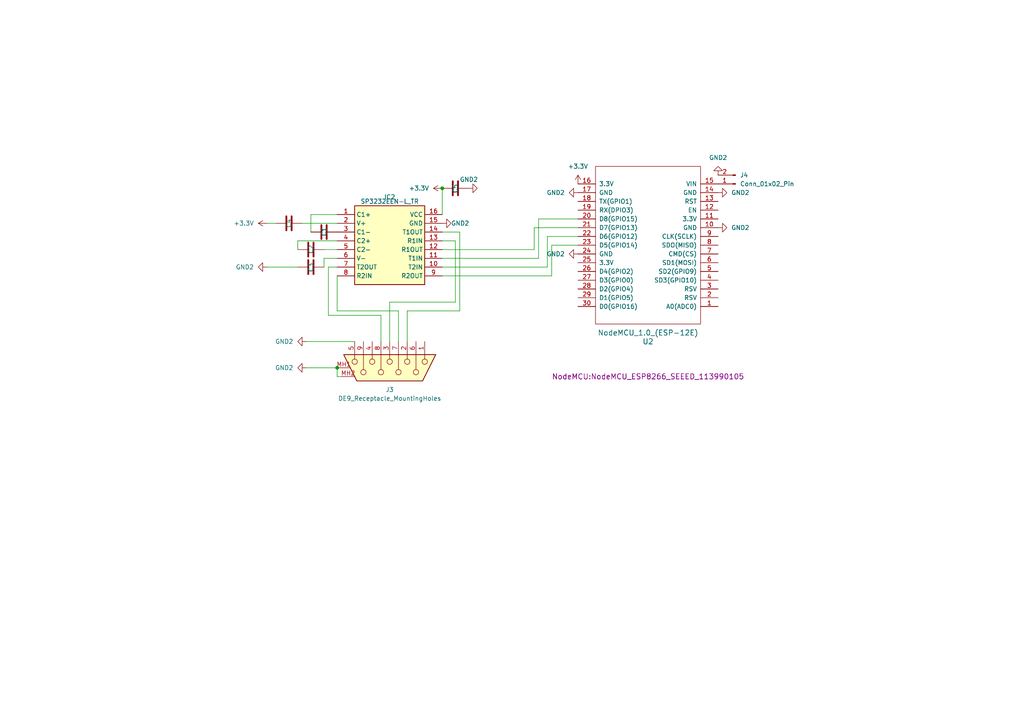
<source format=kicad_sch>
(kicad_sch (version 20230121) (generator eeschema)

  (uuid 9557a4d3-d8c5-48db-816e-555ff2d54a87)

  (paper "A4")

  (lib_symbols
    (symbol "Connector:Conn_01x02_Pin" (pin_names (offset 1.016) hide) (in_bom yes) (on_board yes)
      (property "Reference" "J" (at 0 2.54 0)
        (effects (font (size 1.27 1.27)))
      )
      (property "Value" "Conn_01x02_Pin" (at 0 -5.08 0)
        (effects (font (size 1.27 1.27)))
      )
      (property "Footprint" "" (at 0 0 0)
        (effects (font (size 1.27 1.27)) hide)
      )
      (property "Datasheet" "~" (at 0 0 0)
        (effects (font (size 1.27 1.27)) hide)
      )
      (property "ki_locked" "" (at 0 0 0)
        (effects (font (size 1.27 1.27)))
      )
      (property "ki_keywords" "connector" (at 0 0 0)
        (effects (font (size 1.27 1.27)) hide)
      )
      (property "ki_description" "Generic connector, single row, 01x02, script generated" (at 0 0 0)
        (effects (font (size 1.27 1.27)) hide)
      )
      (property "ki_fp_filters" "Connector*:*_1x??_*" (at 0 0 0)
        (effects (font (size 1.27 1.27)) hide)
      )
      (symbol "Conn_01x02_Pin_1_1"
        (polyline
          (pts
            (xy 1.27 -2.54)
            (xy 0.8636 -2.54)
          )
          (stroke (width 0.1524) (type default))
          (fill (type none))
        )
        (polyline
          (pts
            (xy 1.27 0)
            (xy 0.8636 0)
          )
          (stroke (width 0.1524) (type default))
          (fill (type none))
        )
        (rectangle (start 0.8636 -2.413) (end 0 -2.667)
          (stroke (width 0.1524) (type default))
          (fill (type outline))
        )
        (rectangle (start 0.8636 0.127) (end 0 -0.127)
          (stroke (width 0.1524) (type default))
          (fill (type outline))
        )
        (pin passive line (at 5.08 0 180) (length 3.81)
          (name "Pin_1" (effects (font (size 1.27 1.27))))
          (number "1" (effects (font (size 1.27 1.27))))
        )
        (pin passive line (at 5.08 -2.54 180) (length 3.81)
          (name "Pin_2" (effects (font (size 1.27 1.27))))
          (number "2" (effects (font (size 1.27 1.27))))
        )
      )
    )
    (symbol "Connector:DE9_Receptacle_MountingHoles" (pin_names (offset 1.016) hide) (in_bom yes) (on_board yes)
      (property "Reference" "J3" (at 6.35 0 90)
        (effects (font (size 1.27 1.27)))
      )
      (property "Value" "DE9_Receptacle_MountingHoles" (at 8.89 0 90)
        (effects (font (size 1.27 1.27)))
      )
      (property "Footprint" "SamacSys_Parts:L77SDE09SA4CH4F" (at 0 0 0)
        (effects (font (size 1.27 1.27)) hide)
      )
      (property "Datasheet" " ~" (at 0 0 0)
        (effects (font (size 1.27 1.27)) hide)
      )
      (property "ki_keywords" "connector receptacle female D-SUB DB9" (at 0 0 0)
        (effects (font (size 1.27 1.27)) hide)
      )
      (property "ki_description" "9-pin female receptacle socket D-SUB connector, Mounting Hole" (at 0 0 0)
        (effects (font (size 1.27 1.27)) hide)
      )
      (property "ki_fp_filters" "DSUB*Female*" (at 0 0 0)
        (effects (font (size 1.27 1.27)) hide)
      )
      (symbol "DE9_Receptacle_MountingHoles_0_1"
        (circle (center -1.778 -10.16) (radius 0.762)
          (stroke (width 0) (type default))
          (fill (type none))
        )
        (circle (center -1.778 -5.08) (radius 0.762)
          (stroke (width 0) (type default))
          (fill (type none))
        )
        (circle (center -1.778 0) (radius 0.762)
          (stroke (width 0) (type default))
          (fill (type none))
        )
        (circle (center -1.778 5.08) (radius 0.762)
          (stroke (width 0) (type default))
          (fill (type none))
        )
        (circle (center -1.778 10.16) (radius 0.762)
          (stroke (width 0) (type default))
          (fill (type none))
        )
        (polyline
          (pts
            (xy -3.81 -10.16)
            (xy -2.54 -10.16)
          )
          (stroke (width 0) (type default))
          (fill (type none))
        )
        (polyline
          (pts
            (xy -3.81 -7.62)
            (xy 0.508 -7.62)
          )
          (stroke (width 0) (type default))
          (fill (type none))
        )
        (polyline
          (pts
            (xy -3.81 -5.08)
            (xy -2.54 -5.08)
          )
          (stroke (width 0) (type default))
          (fill (type none))
        )
        (polyline
          (pts
            (xy -3.81 -2.54)
            (xy 0.508 -2.54)
          )
          (stroke (width 0) (type default))
          (fill (type none))
        )
        (polyline
          (pts
            (xy -3.81 0)
            (xy -2.54 0)
          )
          (stroke (width 0) (type default))
          (fill (type none))
        )
        (polyline
          (pts
            (xy -3.81 2.54)
            (xy 0.508 2.54)
          )
          (stroke (width 0) (type default))
          (fill (type none))
        )
        (polyline
          (pts
            (xy -3.81 5.08)
            (xy -2.54 5.08)
          )
          (stroke (width 0) (type default))
          (fill (type none))
        )
        (polyline
          (pts
            (xy -3.81 7.62)
            (xy 0.508 7.62)
          )
          (stroke (width 0) (type default))
          (fill (type none))
        )
        (polyline
          (pts
            (xy -3.81 10.16)
            (xy -2.54 10.16)
          )
          (stroke (width 0) (type default))
          (fill (type none))
        )
        (polyline
          (pts
            (xy -3.81 13.335)
            (xy -3.81 -13.335)
            (xy 3.81 -9.525)
            (xy 3.81 9.525)
            (xy -3.81 13.335)
          )
          (stroke (width 0.254) (type default))
          (fill (type background))
        )
        (circle (center 1.27 -7.62) (radius 0.762)
          (stroke (width 0) (type default))
          (fill (type none))
        )
        (circle (center 1.27 -2.54) (radius 0.762)
          (stroke (width 0) (type default))
          (fill (type none))
        )
        (circle (center 1.27 2.54) (radius 0.762)
          (stroke (width 0) (type default))
          (fill (type none))
        )
        (circle (center 1.27 7.62) (radius 0.762)
          (stroke (width 0) (type default))
          (fill (type none))
        )
      )
      (symbol "DE9_Receptacle_MountingHoles_1_1"
        (pin passive line (at -7.62 10.16 0) (length 3.81)
          (name "1" (effects (font (size 1.27 1.27))))
          (number "1" (effects (font (size 1.27 1.27))))
        )
        (pin passive line (at -7.62 5.08 0) (length 3.81)
          (name "2" (effects (font (size 1.27 1.27))))
          (number "2" (effects (font (size 1.27 1.27))))
        )
        (pin passive line (at -7.62 0 0) (length 3.81)
          (name "3" (effects (font (size 1.27 1.27))))
          (number "3" (effects (font (size 1.27 1.27))))
        )
        (pin passive line (at -7.62 -5.08 0) (length 3.81)
          (name "4" (effects (font (size 1.27 1.27))))
          (number "4" (effects (font (size 1.27 1.27))))
        )
        (pin passive line (at -7.62 -10.16 0) (length 3.81)
          (name "5" (effects (font (size 1.27 1.27))))
          (number "5" (effects (font (size 1.27 1.27))))
        )
        (pin passive line (at -7.62 7.62 0) (length 3.81)
          (name "6" (effects (font (size 1.27 1.27))))
          (number "6" (effects (font (size 1.27 1.27))))
        )
        (pin passive line (at -7.62 2.54 0) (length 3.81)
          (name "7" (effects (font (size 1.27 1.27))))
          (number "7" (effects (font (size 1.27 1.27))))
        )
        (pin passive line (at -7.62 -2.54 0) (length 3.81)
          (name "8" (effects (font (size 1.27 1.27))))
          (number "8" (effects (font (size 1.27 1.27))))
        )
        (pin passive line (at -7.62 -7.62 0) (length 3.81)
          (name "9" (effects (font (size 1.27 1.27))))
          (number "9" (effects (font (size 1.27 1.27))))
        )
        (pin passive line (at 0 -15.24 90) (length 3.81)
          (name "PAD" (effects (font (size 1.27 1.27))))
          (number "MH1" (effects (font (size 1.27 1.27))))
        )
        (pin passive line (at 2.54 -13.97 90) (length 3.81)
          (name "PAD" (effects (font (size 1.27 1.27))))
          (number "MH2" (effects (font (size 1.27 1.27))))
        )
      )
    )
    (symbol "Device:C" (pin_numbers hide) (pin_names (offset 0.254)) (in_bom yes) (on_board yes)
      (property "Reference" "C" (at 0.635 2.54 0)
        (effects (font (size 1.27 1.27)) (justify left))
      )
      (property "Value" "C" (at 0.635 -2.54 0)
        (effects (font (size 1.27 1.27)) (justify left))
      )
      (property "Footprint" "" (at 0.9652 -3.81 0)
        (effects (font (size 1.27 1.27)) hide)
      )
      (property "Datasheet" "~" (at 0 0 0)
        (effects (font (size 1.27 1.27)) hide)
      )
      (property "ki_keywords" "cap capacitor" (at 0 0 0)
        (effects (font (size 1.27 1.27)) hide)
      )
      (property "ki_description" "Unpolarized capacitor" (at 0 0 0)
        (effects (font (size 1.27 1.27)) hide)
      )
      (property "ki_fp_filters" "C_*" (at 0 0 0)
        (effects (font (size 1.27 1.27)) hide)
      )
      (symbol "C_0_1"
        (polyline
          (pts
            (xy -2.032 -0.762)
            (xy 2.032 -0.762)
          )
          (stroke (width 0.508) (type default))
          (fill (type none))
        )
        (polyline
          (pts
            (xy -2.032 0.762)
            (xy 2.032 0.762)
          )
          (stroke (width 0.508) (type default))
          (fill (type none))
        )
      )
      (symbol "C_1_1"
        (pin passive line (at 0 3.81 270) (length 2.794)
          (name "~" (effects (font (size 1.27 1.27))))
          (number "1" (effects (font (size 1.27 1.27))))
        )
        (pin passive line (at 0 -3.81 90) (length 2.794)
          (name "~" (effects (font (size 1.27 1.27))))
          (number "2" (effects (font (size 1.27 1.27))))
        )
      )
    )
    (symbol "ESP8266:NodeMCU_1.0_(ESP-12E)" (pin_names (offset 1.016)) (in_bom yes) (on_board yes)
      (property "Reference" "U" (at 0 21.59 0)
        (effects (font (size 1.524 1.524)))
      )
      (property "Value" "NodeMCU_1.0_(ESP-12E)" (at 0 -21.59 0)
        (effects (font (size 1.524 1.524)))
      )
      (property "Footprint" "" (at -15.24 -21.59 0)
        (effects (font (size 1.524 1.524)))
      )
      (property "Datasheet" "" (at -15.24 -21.59 0)
        (effects (font (size 1.524 1.524)))
      )
      (symbol "NodeMCU_1.0_(ESP-12E)_0_1"
        (rectangle (start -15.24 -22.86) (end 15.24 22.86)
          (stroke (width 0) (type solid))
          (fill (type none))
        )
      )
      (symbol "NodeMCU_1.0_(ESP-12E)_1_1"
        (pin input line (at -20.32 17.78 0) (length 5.08)
          (name "A0(ADC0)" (effects (font (size 1.27 1.27))))
          (number "1" (effects (font (size 1.27 1.27))))
        )
        (pin input line (at -20.32 -5.08 0) (length 5.08)
          (name "GND" (effects (font (size 1.27 1.27))))
          (number "10" (effects (font (size 1.27 1.27))))
        )
        (pin power_out line (at -20.32 -7.62 0) (length 5.08)
          (name "3.3V" (effects (font (size 1.27 1.27))))
          (number "11" (effects (font (size 1.27 1.27))))
        )
        (pin input line (at -20.32 -10.16 0) (length 5.08)
          (name "EN" (effects (font (size 1.27 1.27))))
          (number "12" (effects (font (size 1.27 1.27))))
        )
        (pin input line (at -20.32 -12.7 0) (length 5.08)
          (name "RST" (effects (font (size 1.27 1.27))))
          (number "13" (effects (font (size 1.27 1.27))))
        )
        (pin power_in line (at -20.32 -15.24 0) (length 5.08)
          (name "GND" (effects (font (size 1.27 1.27))))
          (number "14" (effects (font (size 1.27 1.27))))
        )
        (pin power_in line (at -20.32 -17.78 0) (length 5.08)
          (name "VIN" (effects (font (size 1.27 1.27))))
          (number "15" (effects (font (size 1.27 1.27))))
        )
        (pin power_out line (at 20.32 -17.78 180) (length 5.08)
          (name "3.3V" (effects (font (size 1.27 1.27))))
          (number "16" (effects (font (size 1.27 1.27))))
        )
        (pin power_in line (at 20.32 -15.24 180) (length 5.08)
          (name "GND" (effects (font (size 1.27 1.27))))
          (number "17" (effects (font (size 1.27 1.27))))
        )
        (pin bidirectional line (at 20.32 -12.7 180) (length 5.08)
          (name "TX(GPIO1)" (effects (font (size 1.27 1.27))))
          (number "18" (effects (font (size 1.27 1.27))))
        )
        (pin bidirectional line (at 20.32 -10.16 180) (length 5.08)
          (name "RX(DPIO3)" (effects (font (size 1.27 1.27))))
          (number "19" (effects (font (size 1.27 1.27))))
        )
        (pin input line (at -20.32 15.24 0) (length 5.08)
          (name "RSV" (effects (font (size 1.27 1.27))))
          (number "2" (effects (font (size 1.27 1.27))))
        )
        (pin bidirectional line (at 20.32 -7.62 180) (length 5.08)
          (name "D8(GPIO15)" (effects (font (size 1.27 1.27))))
          (number "20" (effects (font (size 1.27 1.27))))
        )
        (pin bidirectional line (at 20.32 -5.08 180) (length 5.08)
          (name "D7(GPIO13)" (effects (font (size 1.27 1.27))))
          (number "21" (effects (font (size 1.27 1.27))))
        )
        (pin bidirectional line (at 20.32 -2.54 180) (length 5.08)
          (name "D6(GPIO12)" (effects (font (size 1.27 1.27))))
          (number "22" (effects (font (size 1.27 1.27))))
        )
        (pin bidirectional line (at 20.32 0 180) (length 5.08)
          (name "D5(GPIO14)" (effects (font (size 1.27 1.27))))
          (number "23" (effects (font (size 1.27 1.27))))
        )
        (pin power_in line (at 20.32 2.54 180) (length 5.08)
          (name "GND" (effects (font (size 1.27 1.27))))
          (number "24" (effects (font (size 1.27 1.27))))
        )
        (pin power_out line (at 20.32 5.08 180) (length 5.08)
          (name "3.3V" (effects (font (size 1.27 1.27))))
          (number "25" (effects (font (size 1.27 1.27))))
        )
        (pin bidirectional line (at 20.32 7.62 180) (length 5.08)
          (name "D4(GPIO2)" (effects (font (size 1.27 1.27))))
          (number "26" (effects (font (size 1.27 1.27))))
        )
        (pin bidirectional line (at 20.32 10.16 180) (length 5.08)
          (name "D3(GPIO0)" (effects (font (size 1.27 1.27))))
          (number "27" (effects (font (size 1.27 1.27))))
        )
        (pin bidirectional line (at 20.32 12.7 180) (length 5.08)
          (name "D2(GPIO4)" (effects (font (size 1.27 1.27))))
          (number "28" (effects (font (size 1.27 1.27))))
        )
        (pin bidirectional line (at 20.32 15.24 180) (length 5.08)
          (name "D1(GPIO5)" (effects (font (size 1.27 1.27))))
          (number "29" (effects (font (size 1.27 1.27))))
        )
        (pin input line (at -20.32 12.7 0) (length 5.08)
          (name "RSV" (effects (font (size 1.27 1.27))))
          (number "3" (effects (font (size 1.27 1.27))))
        )
        (pin bidirectional line (at 20.32 17.78 180) (length 5.08)
          (name "D0(GPIO16)" (effects (font (size 1.27 1.27))))
          (number "30" (effects (font (size 1.27 1.27))))
        )
        (pin bidirectional line (at -20.32 10.16 0) (length 5.08)
          (name "SD3(GPIO10)" (effects (font (size 1.27 1.27))))
          (number "4" (effects (font (size 1.27 1.27))))
        )
        (pin bidirectional line (at -20.32 7.62 0) (length 5.08)
          (name "SD2(GPIO9)" (effects (font (size 1.27 1.27))))
          (number "5" (effects (font (size 1.27 1.27))))
        )
        (pin bidirectional line (at -20.32 5.08 0) (length 5.08)
          (name "SD1(MOSI)" (effects (font (size 1.27 1.27))))
          (number "6" (effects (font (size 1.27 1.27))))
        )
        (pin bidirectional line (at -20.32 2.54 0) (length 5.08)
          (name "CMD(CS)" (effects (font (size 1.27 1.27))))
          (number "7" (effects (font (size 1.27 1.27))))
        )
        (pin bidirectional line (at -20.32 0 0) (length 5.08)
          (name "SDO(MISO)" (effects (font (size 1.27 1.27))))
          (number "8" (effects (font (size 1.27 1.27))))
        )
        (pin bidirectional line (at -20.32 -2.54 0) (length 5.08)
          (name "CLK(SCLK)" (effects (font (size 1.27 1.27))))
          (number "9" (effects (font (size 1.27 1.27))))
        )
      )
    )
    (symbol "SP3232EEN-L_TR:SP3232EEN-L_TR" (in_bom yes) (on_board yes)
      (property "Reference" "IC" (at 26.67 7.62 0)
        (effects (font (size 1.27 1.27)) (justify left top))
      )
      (property "Value" "SP3232EEN-L_TR" (at 26.67 5.08 0)
        (effects (font (size 1.27 1.27)) (justify left top))
      )
      (property "Footprint" "SOIC127P600X175-16N" (at 26.67 -94.92 0)
        (effects (font (size 1.27 1.27)) (justify left top) hide)
      )
      (property "Datasheet" "https://componentsearchengine.com/Datasheets/1/SP3232EEN-L_TR.pdf" (at 26.67 -194.92 0)
        (effects (font (size 1.27 1.27)) (justify left top) hide)
      )
      (property "Height" "1.75" (at 26.67 -394.92 0)
        (effects (font (size 1.27 1.27)) (justify left top) hide)
      )
      (property "Mouser Part Number" "701-SP3232EEN-L/TR" (at 26.67 -494.92 0)
        (effects (font (size 1.27 1.27)) (justify left top) hide)
      )
      (property "Mouser Price/Stock" "https://www.mouser.com/Search/Refine.aspx?Keyword=701-SP3232EEN-L%2FTR" (at 26.67 -594.92 0)
        (effects (font (size 1.27 1.27)) (justify left top) hide)
      )
      (property "Manufacturer_Name" "EXAR" (at 26.67 -694.92 0)
        (effects (font (size 1.27 1.27)) (justify left top) hide)
      )
      (property "Manufacturer_Part_Number" "SP3232EEN-L/TR" (at 26.67 -794.92 0)
        (effects (font (size 1.27 1.27)) (justify left top) hide)
      )
      (property "ki_description" "EXAR SP3232EEN-L/TR, Line Transceiver, EIA/TIA-232-F/ RS-232 2-TX 2-RX 2-TRX, 3.3 V, 5 V, 16-Pin SOIC" (at 0 0 0)
        (effects (font (size 1.27 1.27)) hide)
      )
      (symbol "SP3232EEN-L_TR_1_1"
        (rectangle (start 5.08 2.54) (end 25.4 -20.32)
          (stroke (width 0.254) (type default))
          (fill (type background))
        )
        (pin passive line (at 0 0 0) (length 5.08)
          (name "C1+" (effects (font (size 1.27 1.27))))
          (number "1" (effects (font (size 1.27 1.27))))
        )
        (pin passive line (at 30.48 -15.24 180) (length 5.08)
          (name "T2IN" (effects (font (size 1.27 1.27))))
          (number "10" (effects (font (size 1.27 1.27))))
        )
        (pin passive line (at 30.48 -12.7 180) (length 5.08)
          (name "T1IN" (effects (font (size 1.27 1.27))))
          (number "11" (effects (font (size 1.27 1.27))))
        )
        (pin passive line (at 30.48 -10.16 180) (length 5.08)
          (name "R1OUT" (effects (font (size 1.27 1.27))))
          (number "12" (effects (font (size 1.27 1.27))))
        )
        (pin passive line (at 30.48 -7.62 180) (length 5.08)
          (name "R1IN" (effects (font (size 1.27 1.27))))
          (number "13" (effects (font (size 1.27 1.27))))
        )
        (pin passive line (at 30.48 -5.08 180) (length 5.08)
          (name "T1OUT" (effects (font (size 1.27 1.27))))
          (number "14" (effects (font (size 1.27 1.27))))
        )
        (pin passive line (at 30.48 -2.54 180) (length 5.08)
          (name "GND" (effects (font (size 1.27 1.27))))
          (number "15" (effects (font (size 1.27 1.27))))
        )
        (pin passive line (at 30.48 0 180) (length 5.08)
          (name "VCC" (effects (font (size 1.27 1.27))))
          (number "16" (effects (font (size 1.27 1.27))))
        )
        (pin passive line (at 0 -2.54 0) (length 5.08)
          (name "V+" (effects (font (size 1.27 1.27))))
          (number "2" (effects (font (size 1.27 1.27))))
        )
        (pin passive line (at 0 -5.08 0) (length 5.08)
          (name "C1-" (effects (font (size 1.27 1.27))))
          (number "3" (effects (font (size 1.27 1.27))))
        )
        (pin passive line (at 0 -7.62 0) (length 5.08)
          (name "C2+" (effects (font (size 1.27 1.27))))
          (number "4" (effects (font (size 1.27 1.27))))
        )
        (pin passive line (at 0 -10.16 0) (length 5.08)
          (name "C2-" (effects (font (size 1.27 1.27))))
          (number "5" (effects (font (size 1.27 1.27))))
        )
        (pin passive line (at 0 -12.7 0) (length 5.08)
          (name "V-" (effects (font (size 1.27 1.27))))
          (number "6" (effects (font (size 1.27 1.27))))
        )
        (pin passive line (at 0 -15.24 0) (length 5.08)
          (name "T2OUT" (effects (font (size 1.27 1.27))))
          (number "7" (effects (font (size 1.27 1.27))))
        )
        (pin passive line (at 0 -17.78 0) (length 5.08)
          (name "R2IN" (effects (font (size 1.27 1.27))))
          (number "8" (effects (font (size 1.27 1.27))))
        )
        (pin passive line (at 30.48 -17.78 180) (length 5.08)
          (name "R2OUT" (effects (font (size 1.27 1.27))))
          (number "9" (effects (font (size 1.27 1.27))))
        )
      )
    )
    (symbol "power:+3.3V" (power) (pin_names (offset 0)) (in_bom yes) (on_board yes)
      (property "Reference" "#PWR" (at 0 -3.81 0)
        (effects (font (size 1.27 1.27)) hide)
      )
      (property "Value" "+3.3V" (at 0 3.556 0)
        (effects (font (size 1.27 1.27)))
      )
      (property "Footprint" "" (at 0 0 0)
        (effects (font (size 1.27 1.27)) hide)
      )
      (property "Datasheet" "" (at 0 0 0)
        (effects (font (size 1.27 1.27)) hide)
      )
      (property "ki_keywords" "global power" (at 0 0 0)
        (effects (font (size 1.27 1.27)) hide)
      )
      (property "ki_description" "Power symbol creates a global label with name \"+3.3V\"" (at 0 0 0)
        (effects (font (size 1.27 1.27)) hide)
      )
      (symbol "+3.3V_0_1"
        (polyline
          (pts
            (xy -0.762 1.27)
            (xy 0 2.54)
          )
          (stroke (width 0) (type default))
          (fill (type none))
        )
        (polyline
          (pts
            (xy 0 0)
            (xy 0 2.54)
          )
          (stroke (width 0) (type default))
          (fill (type none))
        )
        (polyline
          (pts
            (xy 0 2.54)
            (xy 0.762 1.27)
          )
          (stroke (width 0) (type default))
          (fill (type none))
        )
      )
      (symbol "+3.3V_1_1"
        (pin power_in line (at 0 0 90) (length 0) hide
          (name "+3.3V" (effects (font (size 1.27 1.27))))
          (number "1" (effects (font (size 1.27 1.27))))
        )
      )
    )
    (symbol "power:GND2" (power) (pin_names (offset 0)) (in_bom yes) (on_board yes)
      (property "Reference" "#PWR" (at 0 -6.35 0)
        (effects (font (size 1.27 1.27)) hide)
      )
      (property "Value" "GND2" (at 0 -3.81 0)
        (effects (font (size 1.27 1.27)))
      )
      (property "Footprint" "" (at 0 0 0)
        (effects (font (size 1.27 1.27)) hide)
      )
      (property "Datasheet" "" (at 0 0 0)
        (effects (font (size 1.27 1.27)) hide)
      )
      (property "ki_keywords" "global power" (at 0 0 0)
        (effects (font (size 1.27 1.27)) hide)
      )
      (property "ki_description" "Power symbol creates a global label with name \"GND2\" , ground" (at 0 0 0)
        (effects (font (size 1.27 1.27)) hide)
      )
      (symbol "GND2_0_1"
        (polyline
          (pts
            (xy 0 0)
            (xy 0 -1.27)
            (xy 1.27 -1.27)
            (xy 0 -2.54)
            (xy -1.27 -1.27)
            (xy 0 -1.27)
          )
          (stroke (width 0) (type default))
          (fill (type none))
        )
      )
      (symbol "GND2_1_1"
        (pin power_in line (at 0 0 270) (length 0) hide
          (name "GND2" (effects (font (size 1.27 1.27))))
          (number "1" (effects (font (size 1.27 1.27))))
        )
      )
    )
  )

  (junction (at 128.27 54.61) (diameter 0) (color 0 0 0 0)
    (uuid 181aaf1e-1126-4463-817c-f0c216ba5683)
  )
  (junction (at 97.79 106.68) (diameter 0) (color 0 0 0 0)
    (uuid 56270342-efaf-45db-a015-a5460c9412c4)
  )

  (wire (pts (xy 110.49 91.44) (xy 95.25 91.44))
    (stroke (width 0) (type default))
    (uuid 03104438-bf7a-41f9-a7d8-a75094b59241)
  )
  (wire (pts (xy 88.9 106.68) (xy 97.79 106.68))
    (stroke (width 0) (type default))
    (uuid 084c24b0-35a4-4ebf-98ce-2d0f5f9e73de)
  )
  (wire (pts (xy 132.08 69.85) (xy 128.27 69.85))
    (stroke (width 0) (type default))
    (uuid 0a069825-c313-4045-be9e-a28774aa3a84)
  )
  (wire (pts (xy 158.75 68.58) (xy 158.75 77.47))
    (stroke (width 0) (type default))
    (uuid 0e0ce021-de0a-427d-b105-764440e8d640)
  )
  (wire (pts (xy 99.06 109.22) (xy 97.79 109.22))
    (stroke (width 0) (type default))
    (uuid 0f345398-b2d7-4739-9e82-d9a2b1a0398c)
  )
  (wire (pts (xy 160.02 71.12) (xy 160.02 80.01))
    (stroke (width 0) (type default))
    (uuid 176aaca3-6911-418b-8530-3605531989f7)
  )
  (wire (pts (xy 97.79 106.68) (xy 97.79 109.22))
    (stroke (width 0) (type default))
    (uuid 182ea7e2-2a21-46dc-a52c-89d45cba76a9)
  )
  (wire (pts (xy 97.79 80.01) (xy 97.79 90.17))
    (stroke (width 0) (type default))
    (uuid 19610bb0-4909-49bc-aca0-d590b100d4a4)
  )
  (wire (pts (xy 110.49 99.06) (xy 110.49 91.44))
    (stroke (width 0) (type default))
    (uuid 1ffa611c-0bbd-4baf-8a01-17db4489dc3d)
  )
  (wire (pts (xy 167.64 63.5) (xy 156.21 63.5))
    (stroke (width 0) (type default))
    (uuid 2e78cc26-0132-46c4-b4f4-65aabbb5740c)
  )
  (wire (pts (xy 113.03 99.06) (xy 113.03 87.63))
    (stroke (width 0) (type default))
    (uuid 2f0d3607-0c21-43f3-910d-52feb5c351de)
  )
  (wire (pts (xy 86.36 72.39) (xy 86.36 69.85))
    (stroke (width 0) (type default))
    (uuid 3e3d053e-de10-4d74-87aa-9cbf2c8ba348)
  )
  (wire (pts (xy 113.03 87.63) (xy 132.08 87.63))
    (stroke (width 0) (type default))
    (uuid 5ac93a27-a81c-4c3d-99a5-9ed3f2cebbcc)
  )
  (wire (pts (xy 86.36 69.85) (xy 97.79 69.85))
    (stroke (width 0) (type default))
    (uuid 6179a761-9fc1-4a8a-a956-6f665a0612f7)
  )
  (wire (pts (xy 133.35 90.17) (xy 118.11 90.17))
    (stroke (width 0) (type default))
    (uuid 67101684-462f-48bb-8666-9d1d6949a4b0)
  )
  (wire (pts (xy 128.27 80.01) (xy 160.02 80.01))
    (stroke (width 0) (type default))
    (uuid 686f5ced-da89-4ed9-b91e-dfbbc260fa7d)
  )
  (wire (pts (xy 115.57 90.17) (xy 97.79 90.17))
    (stroke (width 0) (type default))
    (uuid 6cafc0b7-fb8a-4989-b5d6-e197752b742c)
  )
  (wire (pts (xy 93.98 74.93) (xy 93.98 77.47))
    (stroke (width 0) (type default))
    (uuid 6db31b01-49f9-43bb-9cb1-abb5e95757ae)
  )
  (wire (pts (xy 132.08 87.63) (xy 132.08 69.85))
    (stroke (width 0) (type default))
    (uuid 718e01a5-7df8-408b-bf28-364293ffdbe8)
  )
  (wire (pts (xy 95.25 77.47) (xy 97.79 77.47))
    (stroke (width 0) (type default))
    (uuid 7dfd644a-c51a-4afd-80ae-12d47415f90a)
  )
  (wire (pts (xy 118.11 90.17) (xy 118.11 99.06))
    (stroke (width 0) (type default))
    (uuid 80dd7876-4890-465e-8309-89ea0dcf9fce)
  )
  (wire (pts (xy 133.35 67.31) (xy 133.35 90.17))
    (stroke (width 0) (type default))
    (uuid 826f5e32-5105-4df8-9ef5-24d503e3390d)
  )
  (wire (pts (xy 128.27 74.93) (xy 156.21 74.93))
    (stroke (width 0) (type default))
    (uuid ae1fc1bf-5e47-4fe0-b1b8-5ef0f370ba0b)
  )
  (wire (pts (xy 128.27 67.31) (xy 133.35 67.31))
    (stroke (width 0) (type default))
    (uuid ae50c95f-531a-4dde-95a6-e81d78d14db1)
  )
  (wire (pts (xy 154.94 72.39) (xy 154.94 66.04))
    (stroke (width 0) (type default))
    (uuid afb86cd2-a42e-46e9-835b-39a9faf20324)
  )
  (wire (pts (xy 77.47 77.47) (xy 86.36 77.47))
    (stroke (width 0) (type default))
    (uuid b6868cf8-44f0-46b4-9402-45a6d8770498)
  )
  (wire (pts (xy 128.27 54.61) (xy 128.27 62.23))
    (stroke (width 0) (type default))
    (uuid b7e36028-3ce9-412e-9ce4-5222dbc33267)
  )
  (wire (pts (xy 97.79 74.93) (xy 93.98 74.93))
    (stroke (width 0) (type default))
    (uuid ba44efcf-e127-43a5-b411-3edf3d08ebe9)
  )
  (wire (pts (xy 93.98 72.39) (xy 97.79 72.39))
    (stroke (width 0) (type default))
    (uuid c37aef92-3f4c-430d-93d0-a13e5dd792b7)
  )
  (wire (pts (xy 115.57 99.06) (xy 115.57 90.17))
    (stroke (width 0) (type default))
    (uuid c4a7930c-9128-4796-a3d0-569641d43bcf)
  )
  (wire (pts (xy 167.64 68.58) (xy 158.75 68.58))
    (stroke (width 0) (type default))
    (uuid d644b59c-d858-44db-a751-9f098498e78b)
  )
  (wire (pts (xy 167.64 71.12) (xy 160.02 71.12))
    (stroke (width 0) (type default))
    (uuid d76284e5-b24c-4c0c-a781-ab93afcde32e)
  )
  (wire (pts (xy 87.63 64.77) (xy 97.79 64.77))
    (stroke (width 0) (type default))
    (uuid d952158f-4aae-4921-a32f-501e773bb589)
  )
  (wire (pts (xy 90.17 62.23) (xy 97.79 62.23))
    (stroke (width 0) (type default))
    (uuid e2087029-c51b-470d-ac85-4ea6cde39a9a)
  )
  (wire (pts (xy 154.94 66.04) (xy 167.64 66.04))
    (stroke (width 0) (type default))
    (uuid e5b611ab-92c0-416c-9125-53df71e25127)
  )
  (wire (pts (xy 128.27 72.39) (xy 154.94 72.39))
    (stroke (width 0) (type default))
    (uuid e6818c9f-bb22-447b-b14e-60ff9ee73c8b)
  )
  (wire (pts (xy 90.17 62.23) (xy 90.17 67.31))
    (stroke (width 0) (type default))
    (uuid e80f0976-5f73-4b5e-afa6-af9019094f89)
  )
  (wire (pts (xy 95.25 91.44) (xy 95.25 77.47))
    (stroke (width 0) (type default))
    (uuid ebedb9e7-6327-49a5-8cea-2c34062bd0dd)
  )
  (wire (pts (xy 80.01 64.77) (xy 77.47 64.77))
    (stroke (width 0) (type default))
    (uuid f04d2194-f698-4752-9169-6693e0fbc5e4)
  )
  (wire (pts (xy 128.27 77.47) (xy 158.75 77.47))
    (stroke (width 0) (type default))
    (uuid fc66bead-1ec0-43c6-bef6-10f94b3af673)
  )
  (wire (pts (xy 156.21 63.5) (xy 156.21 74.93))
    (stroke (width 0) (type default))
    (uuid fe8aae66-bc9a-4f2c-93d3-dd5b252a98b9)
  )
  (wire (pts (xy 88.9 99.06) (xy 102.87 99.06))
    (stroke (width 0) (type default))
    (uuid fecc8b5d-c47a-406e-a700-a5f329d74c56)
  )

  (symbol (lib_id "SP3232EEN-L_TR:SP3232EEN-L_TR") (at 97.79 62.23 0) (unit 1)
    (in_bom yes) (on_board yes) (dnp no)
    (uuid 0118b6c7-3e9c-437e-a11d-45fac948b346)
    (property "Reference" "IC2" (at 113.03 57.15 0)
      (effects (font (size 1.27 1.27)))
    )
    (property "Value" "SP3232EEN-L_TR" (at 113.03 58.42 0)
      (effects (font (size 1.27 1.27)))
    )
    (property "Footprint" "SP3232EEN:SOIC127P600X175-16N" (at 124.46 157.15 0)
      (effects (font (size 1.27 1.27)) (justify left top) hide)
    )
    (property "Datasheet" "https://componentsearchengine.com/Datasheets/1/SP3232EEN-L_TR.pdf" (at 124.46 257.15 0)
      (effects (font (size 1.27 1.27)) (justify left top) hide)
    )
    (property "Height" "1.75" (at 124.46 457.15 0)
      (effects (font (size 1.27 1.27)) (justify left top) hide)
    )
    (property "Mouser Part Number" "701-SP3232EEN-L/TR" (at 124.46 557.15 0)
      (effects (font (size 1.27 1.27)) (justify left top) hide)
    )
    (property "Mouser Price/Stock" "https://www.mouser.com/Search/Refine.aspx?Keyword=701-SP3232EEN-L%2FTR" (at 124.46 657.15 0)
      (effects (font (size 1.27 1.27)) (justify left top) hide)
    )
    (property "Manufacturer_Name" "EXAR" (at 124.46 757.15 0)
      (effects (font (size 1.27 1.27)) (justify left top) hide)
    )
    (property "Manufacturer_Part_Number" "SP3232EEN-L/TR" (at 124.46 857.15 0)
      (effects (font (size 1.27 1.27)) (justify left top) hide)
    )
    (pin "10" (uuid e2796cdd-bed8-4077-97ed-28d41c8f34ba))
    (pin "16" (uuid 24011ffa-f791-4766-9d0b-bac7be12079e))
    (pin "5" (uuid dd1cfc69-cc3d-438d-9591-232161391389))
    (pin "1" (uuid 4349a820-774c-4dee-bfd0-794210e87bdd))
    (pin "7" (uuid 9c956348-2b18-44e4-9b92-4e1758cfe1fd))
    (pin "12" (uuid d0c4adaf-4ecd-4ce5-ac68-d107226993cc))
    (pin "4" (uuid 0dd5d2b6-7763-4de1-847d-ee33e11c8719))
    (pin "8" (uuid 03492e21-bb24-4f61-811a-2534a5672d30))
    (pin "11" (uuid e1c3b82a-2788-4976-8ced-bde8968a251d))
    (pin "3" (uuid 87eb0391-7a96-4bc4-b978-663b2ae4a8ad))
    (pin "13" (uuid 9b4b24a7-1a89-46a4-a772-403518919517))
    (pin "14" (uuid 36517803-787c-4991-a594-f14dbf060641))
    (pin "2" (uuid f35e0d79-ec0a-482e-a455-72aaab8dcfca))
    (pin "9" (uuid 81eadb32-649e-49ec-8c02-3655d629d3b4))
    (pin "15" (uuid 0d7bc5cf-801e-4143-b183-b08ba2131773))
    (pin "6" (uuid 05df2e80-1d51-4380-819c-1a602b5eb5bc))
    (instances
      (project "MAX3232_ESP8266"
        (path "/9557a4d3-d8c5-48db-816e-555ff2d54a87"
          (reference "IC2") (unit 1)
        )
      )
    )
  )

  (symbol (lib_id "power:+3.3V") (at 167.64 53.34 0) (unit 1)
    (in_bom yes) (on_board yes) (dnp no) (fields_autoplaced)
    (uuid 112cc3b1-cb89-40bc-9301-3973e3c57570)
    (property "Reference" "#PWR013" (at 167.64 57.15 0)
      (effects (font (size 1.27 1.27)) hide)
    )
    (property "Value" "+3.3V" (at 167.64 48.26 0)
      (effects (font (size 1.27 1.27)))
    )
    (property "Footprint" "" (at 167.64 53.34 0)
      (effects (font (size 1.27 1.27)) hide)
    )
    (property "Datasheet" "" (at 167.64 53.34 0)
      (effects (font (size 1.27 1.27)) hide)
    )
    (pin "1" (uuid 07d7b834-668e-4f45-9337-3c72516b7950))
    (instances
      (project "MAX3232_ESP8266"
        (path "/9557a4d3-d8c5-48db-816e-555ff2d54a87"
          (reference "#PWR013") (unit 1)
        )
      )
    )
  )

  (symbol (lib_id "Device:C") (at 90.17 77.47 270) (unit 1)
    (in_bom yes) (on_board yes) (dnp no)
    (uuid 11cbc412-c235-4abb-a0f0-934af1344765)
    (property "Reference" "C3" (at 90.17 76.2 0)
      (effects (font (size 1.27 1.27)) (justify left))
    )
    (property "Value" "C" (at 90.17 77.47 0)
      (effects (font (size 1.27 1.27)) (justify left))
    )
    (property "Footprint" "SamacSys_Parts:CAPC2012X94N" (at 86.36 78.4352 0)
      (effects (font (size 1.27 1.27)) hide)
    )
    (property "Datasheet" "~" (at 90.17 77.47 0)
      (effects (font (size 1.27 1.27)) hide)
    )
    (pin "2" (uuid d4e7130b-baca-4dfa-b55d-88939b3f82b9))
    (pin "1" (uuid e35b0dda-36a5-419d-8f12-777f59f3430b))
    (instances
      (project "MAX3232_ESP8266"
        (path "/9557a4d3-d8c5-48db-816e-555ff2d54a87"
          (reference "C3") (unit 1)
        )
      )
    )
  )

  (symbol (lib_id "power:+3.3V") (at 77.47 64.77 90) (unit 1)
    (in_bom yes) (on_board yes) (dnp no) (fields_autoplaced)
    (uuid 177fab57-2116-45f8-9778-71cb1d1deeaa)
    (property "Reference" "#PWR05" (at 81.28 64.77 0)
      (effects (font (size 1.27 1.27)) hide)
    )
    (property "Value" "+3.3V" (at 73.66 64.77 90)
      (effects (font (size 1.27 1.27)) (justify left))
    )
    (property "Footprint" "" (at 77.47 64.77 0)
      (effects (font (size 1.27 1.27)) hide)
    )
    (property "Datasheet" "" (at 77.47 64.77 0)
      (effects (font (size 1.27 1.27)) hide)
    )
    (pin "1" (uuid d6a7aaaa-130b-4d3f-982d-84e0f54d9c43))
    (instances
      (project "MAX3232_ESP8266"
        (path "/9557a4d3-d8c5-48db-816e-555ff2d54a87"
          (reference "#PWR05") (unit 1)
        )
      )
    )
  )

  (symbol (lib_id "power:GND2") (at 88.9 99.06 270) (unit 1)
    (in_bom yes) (on_board yes) (dnp no) (fields_autoplaced)
    (uuid 1782f60c-b9b5-45e1-ad83-837bf0c4741e)
    (property "Reference" "#PWR01" (at 82.55 99.06 0)
      (effects (font (size 1.27 1.27)) hide)
    )
    (property "Value" "GND2" (at 85.09 99.06 90)
      (effects (font (size 1.27 1.27)) (justify right))
    )
    (property "Footprint" "" (at 88.9 99.06 0)
      (effects (font (size 1.27 1.27)) hide)
    )
    (property "Datasheet" "" (at 88.9 99.06 0)
      (effects (font (size 1.27 1.27)) hide)
    )
    (pin "1" (uuid 58833725-6b9c-4475-b1f1-e69a3b644a86))
    (instances
      (project "MAX3232_ESP8266"
        (path "/9557a4d3-d8c5-48db-816e-555ff2d54a87"
          (reference "#PWR01") (unit 1)
        )
      )
    )
  )

  (symbol (lib_id "power:GND2") (at 167.64 55.88 270) (unit 1)
    (in_bom yes) (on_board yes) (dnp no) (fields_autoplaced)
    (uuid 211e7fbc-b966-43f7-bd51-ec26ba1ad2f2)
    (property "Reference" "#PWR08" (at 161.29 55.88 0)
      (effects (font (size 1.27 1.27)) hide)
    )
    (property "Value" "GND2" (at 163.83 55.88 90)
      (effects (font (size 1.27 1.27)) (justify right))
    )
    (property "Footprint" "" (at 167.64 55.88 0)
      (effects (font (size 1.27 1.27)) hide)
    )
    (property "Datasheet" "" (at 167.64 55.88 0)
      (effects (font (size 1.27 1.27)) hide)
    )
    (pin "1" (uuid c80e84aa-bb67-4518-b74e-af3241fa4347))
    (instances
      (project "MAX3232_ESP8266"
        (path "/9557a4d3-d8c5-48db-816e-555ff2d54a87"
          (reference "#PWR08") (unit 1)
        )
      )
    )
  )

  (symbol (lib_id "power:GND2") (at 135.89 54.61 90) (unit 1)
    (in_bom yes) (on_board yes) (dnp no)
    (uuid 2129702a-0816-48be-b1aa-7ce61473a1f4)
    (property "Reference" "#PWR04" (at 142.24 54.61 0)
      (effects (font (size 1.27 1.27)) hide)
    )
    (property "Value" "GND2" (at 133.35 52.07 90)
      (effects (font (size 1.27 1.27)) (justify right))
    )
    (property "Footprint" "" (at 135.89 54.61 0)
      (effects (font (size 1.27 1.27)) hide)
    )
    (property "Datasheet" "" (at 135.89 54.61 0)
      (effects (font (size 1.27 1.27)) hide)
    )
    (pin "1" (uuid b7c24349-36d2-496f-8991-b1d8a59e777d))
    (instances
      (project "MAX3232_ESP8266"
        (path "/9557a4d3-d8c5-48db-816e-555ff2d54a87"
          (reference "#PWR04") (unit 1)
        )
      )
    )
  )

  (symbol (lib_id "power:GND2") (at 208.28 55.88 90) (unit 1)
    (in_bom yes) (on_board yes) (dnp no) (fields_autoplaced)
    (uuid 32a7a511-bad6-4b94-ba37-f5b97c054c1a)
    (property "Reference" "#PWR010" (at 214.63 55.88 0)
      (effects (font (size 1.27 1.27)) hide)
    )
    (property "Value" "GND2" (at 212.09 55.88 90)
      (effects (font (size 1.27 1.27)) (justify right))
    )
    (property "Footprint" "" (at 208.28 55.88 0)
      (effects (font (size 1.27 1.27)) hide)
    )
    (property "Datasheet" "" (at 208.28 55.88 0)
      (effects (font (size 1.27 1.27)) hide)
    )
    (pin "1" (uuid 7b5eecac-e5ce-4e81-bf4b-083ad2cf9f1c))
    (instances
      (project "MAX3232_ESP8266"
        (path "/9557a4d3-d8c5-48db-816e-555ff2d54a87"
          (reference "#PWR010") (unit 1)
        )
      )
    )
  )

  (symbol (lib_id "power:GND2") (at 88.9 106.68 270) (unit 1)
    (in_bom yes) (on_board yes) (dnp no) (fields_autoplaced)
    (uuid 39974ae5-a6fc-441b-ba03-8832b775b285)
    (property "Reference" "#PWR07" (at 82.55 106.68 0)
      (effects (font (size 1.27 1.27)) hide)
    )
    (property "Value" "GND2" (at 85.09 106.68 90)
      (effects (font (size 1.27 1.27)) (justify right))
    )
    (property "Footprint" "" (at 88.9 106.68 0)
      (effects (font (size 1.27 1.27)) hide)
    )
    (property "Datasheet" "" (at 88.9 106.68 0)
      (effects (font (size 1.27 1.27)) hide)
    )
    (pin "1" (uuid 27ffce0c-1abf-44a2-9647-a8e87cd0a253))
    (instances
      (project "MAX3232_ESP8266"
        (path "/9557a4d3-d8c5-48db-816e-555ff2d54a87"
          (reference "#PWR07") (unit 1)
        )
      )
    )
  )

  (symbol (lib_id "power:GND2") (at 77.47 77.47 270) (unit 1)
    (in_bom yes) (on_board yes) (dnp no) (fields_autoplaced)
    (uuid 46b6bebf-d320-492f-a94a-a8651973d748)
    (property "Reference" "#PWR03" (at 71.12 77.47 0)
      (effects (font (size 1.27 1.27)) hide)
    )
    (property "Value" "GND2" (at 73.66 77.47 90)
      (effects (font (size 1.27 1.27)) (justify right))
    )
    (property "Footprint" "" (at 77.47 77.47 0)
      (effects (font (size 1.27 1.27)) hide)
    )
    (property "Datasheet" "" (at 77.47 77.47 0)
      (effects (font (size 1.27 1.27)) hide)
    )
    (pin "1" (uuid 6ae97c3b-427b-4b3b-8037-03497d467027))
    (instances
      (project "MAX3232_ESP8266"
        (path "/9557a4d3-d8c5-48db-816e-555ff2d54a87"
          (reference "#PWR03") (unit 1)
        )
      )
    )
  )

  (symbol (lib_id "Device:C") (at 132.08 54.61 270) (unit 1)
    (in_bom yes) (on_board yes) (dnp no)
    (uuid 4a44b1c7-a9fe-4dab-ab32-5be06347ad95)
    (property "Reference" "C5" (at 132.08 53.34 0)
      (effects (font (size 1.27 1.27)) (justify left))
    )
    (property "Value" "C" (at 132.08 54.61 0)
      (effects (font (size 1.27 1.27)) (justify left))
    )
    (property "Footprint" "SamacSys_Parts:CAPC2012X94N" (at 128.27 55.5752 0)
      (effects (font (size 1.27 1.27)) hide)
    )
    (property "Datasheet" "~" (at 132.08 54.61 0)
      (effects (font (size 1.27 1.27)) hide)
    )
    (pin "1" (uuid 0dd5610a-356c-4d10-9cc8-8e0d02ce0e98))
    (pin "2" (uuid 61624b60-7eb6-4d2d-88d2-f0932196efb1))
    (instances
      (project "MAX3232_ESP8266"
        (path "/9557a4d3-d8c5-48db-816e-555ff2d54a87"
          (reference "C5") (unit 1)
        )
      )
    )
  )

  (symbol (lib_id "power:GND2") (at 208.28 66.04 90) (unit 1)
    (in_bom yes) (on_board yes) (dnp no) (fields_autoplaced)
    (uuid 4d1950fa-ef3c-4085-a557-c20b4e1a9898)
    (property "Reference" "#PWR011" (at 214.63 66.04 0)
      (effects (font (size 1.27 1.27)) hide)
    )
    (property "Value" "GND2" (at 212.09 66.04 90)
      (effects (font (size 1.27 1.27)) (justify right))
    )
    (property "Footprint" "" (at 208.28 66.04 0)
      (effects (font (size 1.27 1.27)) hide)
    )
    (property "Datasheet" "" (at 208.28 66.04 0)
      (effects (font (size 1.27 1.27)) hide)
    )
    (pin "1" (uuid 89e6a689-a67c-41d6-bb66-8005c1067eb9))
    (instances
      (project "MAX3232_ESP8266"
        (path "/9557a4d3-d8c5-48db-816e-555ff2d54a87"
          (reference "#PWR011") (unit 1)
        )
      )
    )
  )

  (symbol (lib_id "power:GND2") (at 128.27 64.77 90) (unit 1)
    (in_bom yes) (on_board yes) (dnp no)
    (uuid 5d884646-0b76-410c-b184-9349bd8b8e3f)
    (property "Reference" "#PWR02" (at 134.62 64.77 0)
      (effects (font (size 1.27 1.27)) hide)
    )
    (property "Value" "GND2" (at 130.81 64.77 90)
      (effects (font (size 1.27 1.27)) (justify right))
    )
    (property "Footprint" "" (at 128.27 64.77 0)
      (effects (font (size 1.27 1.27)) hide)
    )
    (property "Datasheet" "" (at 128.27 64.77 0)
      (effects (font (size 1.27 1.27)) hide)
    )
    (pin "1" (uuid e892f23d-8018-437e-8727-abe083d8d177))
    (instances
      (project "MAX3232_ESP8266"
        (path "/9557a4d3-d8c5-48db-816e-555ff2d54a87"
          (reference "#PWR02") (unit 1)
        )
      )
    )
  )

  (symbol (lib_id "Connector:Conn_01x02_Pin") (at 213.36 53.34 180) (unit 1)
    (in_bom yes) (on_board yes) (dnp no) (fields_autoplaced)
    (uuid 726e0bbb-3a7f-486f-8b7a-708491b195a0)
    (property "Reference" "J4" (at 214.63 50.8 0)
      (effects (font (size 1.27 1.27)) (justify right))
    )
    (property "Value" "Conn_01x02_Pin" (at 214.63 53.34 0)
      (effects (font (size 1.27 1.27)) (justify right))
    )
    (property "Footprint" "Connector_PinSocket_2.54mm:PinSocket_1x02_P2.54mm_Vertical" (at 213.36 53.34 0)
      (effects (font (size 1.27 1.27)) hide)
    )
    (property "Datasheet" "~" (at 213.36 53.34 0)
      (effects (font (size 1.27 1.27)) hide)
    )
    (pin "2" (uuid a62185ce-f004-46e9-9335-07e9bc0cf51a))
    (pin "1" (uuid fcb30189-98ea-43c4-8950-4c2c70072b16))
    (instances
      (project "MAX3232_ESP8266"
        (path "/9557a4d3-d8c5-48db-816e-555ff2d54a87"
          (reference "J4") (unit 1)
        )
      )
    )
  )

  (symbol (lib_id "power:+3.3V") (at 128.27 54.61 90) (unit 1)
    (in_bom yes) (on_board yes) (dnp no) (fields_autoplaced)
    (uuid 88bcf41b-73c2-4923-aaf1-1b0c215ed90e)
    (property "Reference" "#PWR06" (at 132.08 54.61 0)
      (effects (font (size 1.27 1.27)) hide)
    )
    (property "Value" "+3.3V" (at 124.46 54.61 90)
      (effects (font (size 1.27 1.27)) (justify left))
    )
    (property "Footprint" "" (at 128.27 54.61 0)
      (effects (font (size 1.27 1.27)) hide)
    )
    (property "Datasheet" "" (at 128.27 54.61 0)
      (effects (font (size 1.27 1.27)) hide)
    )
    (pin "1" (uuid 835d25a3-5ec1-4646-90cd-02d1865133ab))
    (instances
      (project "MAX3232_ESP8266"
        (path "/9557a4d3-d8c5-48db-816e-555ff2d54a87"
          (reference "#PWR06") (unit 1)
        )
      )
    )
  )

  (symbol (lib_id "Device:C") (at 93.98 67.31 90) (unit 1)
    (in_bom yes) (on_board yes) (dnp no)
    (uuid 9f9e36bd-3c7f-45b1-b8f7-67e9a2252bfc)
    (property "Reference" "C1" (at 93.98 68.58 0)
      (effects (font (size 1.27 1.27)) (justify left))
    )
    (property "Value" "C" (at 93.98 68.58 0)
      (effects (font (size 1.27 1.27)) (justify left))
    )
    (property "Footprint" "SamacSys_Parts:CAPC2012X94N" (at 97.79 66.3448 0)
      (effects (font (size 1.27 1.27)) hide)
    )
    (property "Datasheet" "~" (at 93.98 67.31 0)
      (effects (font (size 1.27 1.27)) hide)
    )
    (pin "1" (uuid d11816db-e266-45ea-83a0-1eb0cd7d32f7))
    (pin "2" (uuid 5ae87102-fda5-4f56-a652-e3f3d1d4af01))
    (instances
      (project "MAX3232_ESP8266"
        (path "/9557a4d3-d8c5-48db-816e-555ff2d54a87"
          (reference "C1") (unit 1)
        )
      )
    )
  )

  (symbol (lib_id "ESP8266:NodeMCU_1.0_(ESP-12E)") (at 187.96 71.12 180) (unit 1)
    (in_bom yes) (on_board yes) (dnp no)
    (uuid bb6182d4-62fa-4c3c-9683-ab29f655209a)
    (property "Reference" "U2" (at 187.96 99.06 0)
      (effects (font (size 1.524 1.524)))
    )
    (property "Value" "NodeMCU_1.0_(ESP-12E)" (at 187.96 96.52 0)
      (effects (font (size 1.524 1.524)))
    )
    (property "Footprint" "NodeMCU:NodeMCU_ESP8266_SEEED_113990105" (at 187.96 109.22 0)
      (effects (font (size 1.524 1.524)))
    )
    (property "Datasheet" "" (at 203.2 49.53 0)
      (effects (font (size 1.524 1.524)))
    )
    (pin "1" (uuid c8abf9b0-824f-4e68-b37c-09f224b8f36b))
    (pin "5" (uuid 44d9fcd9-38c6-4cfd-a008-9bbb073f1f2c))
    (pin "8" (uuid 6e559f66-67d7-44e3-a31d-4b75acc8c7c1))
    (pin "23" (uuid b45aee6b-b344-4ead-98b1-017306f7abba))
    (pin "24" (uuid c6323039-5af8-4a44-bef8-796cf8bb7e9f))
    (pin "26" (uuid 2a2c8477-bc35-4104-97c3-48a6b0a4cd59))
    (pin "27" (uuid 96ad12cd-2af1-42fd-bdbd-a9980fa3af5c))
    (pin "30" (uuid 4242ba26-b548-4f36-a2f4-7159fb3d23b4))
    (pin "9" (uuid 560ed643-c790-415c-93cb-4fdd1b627c8c))
    (pin "25" (uuid b187f99e-84c6-4532-8c83-9768381cb759))
    (pin "6" (uuid 9afba34d-ad15-4d47-8023-643bbc4077c9))
    (pin "29" (uuid b659a879-1b31-40a9-b95f-61348236194c))
    (pin "4" (uuid a9daedce-5fc2-4706-8b71-e62a1f57103c))
    (pin "22" (uuid e20c759b-1236-4565-98f1-a067fb8f29b4))
    (pin "7" (uuid c2c38970-f847-42c7-841b-efd6454af238))
    (pin "3" (uuid 32d4a1fb-88d2-4d70-8980-b8514d6c4bae))
    (pin "28" (uuid 6900d46a-9c80-4bbd-885c-83ff8f769b35))
    (pin "18" (uuid afb8cda9-8696-4787-84ae-e137a355fb16))
    (pin "2" (uuid c8c18bcd-c238-4098-beda-7d04eaa00d0d))
    (pin "19" (uuid e157a8fd-6287-411c-8805-83880b5c57d1))
    (pin "11" (uuid a0882169-60e1-4072-abee-753db50f91cb))
    (pin "20" (uuid e48699f5-1dbe-4a2a-904b-845329e2315a))
    (pin "21" (uuid 07e9220a-bccb-4a88-9887-086be7d33494))
    (pin "10" (uuid 9b1b4864-a4a0-4b2f-920e-63c0d1186d00))
    (pin "12" (uuid 18d5e26a-2228-4561-b204-fd03d82ae343))
    (pin "16" (uuid 5e4ce66c-0f36-40f6-bf57-ca3e948e3ecf))
    (pin "17" (uuid 84a58702-12fe-49fb-aeff-7463842915c5))
    (pin "13" (uuid 09bf4835-96c6-4485-b924-abae784584f6))
    (pin "14" (uuid 3c001dd7-a660-4db0-a6e2-91eb2e7f7b55))
    (pin "15" (uuid e2387774-85a3-4d3f-9430-07453a43e006))
    (instances
      (project "MAX3232_ESP8266"
        (path "/9557a4d3-d8c5-48db-816e-555ff2d54a87"
          (reference "U2") (unit 1)
        )
      )
    )
  )

  (symbol (lib_id "Device:C") (at 90.17 72.39 90) (unit 1)
    (in_bom yes) (on_board yes) (dnp no)
    (uuid be87077d-1905-4fab-9aad-e3f66ba6be88)
    (property "Reference" "C2" (at 90.17 73.66 0)
      (effects (font (size 1.27 1.27)) (justify left))
    )
    (property "Value" "C" (at 90.17 73.66 0)
      (effects (font (size 1.27 1.27)) (justify left))
    )
    (property "Footprint" "SamacSys_Parts:CAPC2012X94N" (at 93.98 71.4248 0)
      (effects (font (size 1.27 1.27)) hide)
    )
    (property "Datasheet" "~" (at 90.17 72.39 0)
      (effects (font (size 1.27 1.27)) hide)
    )
    (pin "1" (uuid 0672b87c-bd29-48ad-b524-ccb3ef1bbf74))
    (pin "2" (uuid 38853ce1-5aab-4f8d-a4d1-da1fb01c699b))
    (instances
      (project "MAX3232_ESP8266"
        (path "/9557a4d3-d8c5-48db-816e-555ff2d54a87"
          (reference "C2") (unit 1)
        )
      )
    )
  )

  (symbol (lib_id "Connector:DE9_Receptacle_MountingHoles") (at 113.03 106.68 270) (unit 1)
    (in_bom yes) (on_board yes) (dnp no) (fields_autoplaced)
    (uuid c3f5a09e-0a76-4e18-b6f3-0ddba55c84e8)
    (property "Reference" "J3" (at 113.03 113.03 90)
      (effects (font (size 1.27 1.27)))
    )
    (property "Value" "DE9_Receptacle_MountingHoles" (at 113.03 115.57 90)
      (effects (font (size 1.27 1.27)))
    )
    (property "Footprint" "SamacSys_Parts:L77SDE09SA4CH4F" (at 113.03 106.68 0)
      (effects (font (size 1.27 1.27)) hide)
    )
    (property "Datasheet" " ~" (at 113.03 106.68 0)
      (effects (font (size 1.27 1.27)) hide)
    )
    (pin "8" (uuid 481d38b2-247f-4751-9f75-17ebb8606c24))
    (pin "4" (uuid a5f67a53-7350-48b2-8af1-13b288407a6b))
    (pin "9" (uuid e2cda711-d68a-41a4-871b-cdcb83802fa2))
    (pin "3" (uuid eb6e87b8-1a26-4d8f-8d20-2bb6147052ab))
    (pin "2" (uuid 2d64c474-a75f-4900-8367-989ccccd1d46))
    (pin "MH1" (uuid e70b0553-cbcd-4f59-8d2e-95bc50ba9b94))
    (pin "7" (uuid c8253506-5728-456b-896b-a009b1da410f))
    (pin "6" (uuid 53eb45ac-f213-4f38-a67c-453a268c4a15))
    (pin "5" (uuid eaea1efe-7f4e-41f4-864b-3b1ce413bcaf))
    (pin "1" (uuid 060ad91b-658a-4957-b27d-ffae86b84aef))
    (pin "MH2" (uuid f28a9fd5-68ba-452f-8b98-14c06ebdfecc))
    (instances
      (project "MAX3232_ESP8266"
        (path "/9557a4d3-d8c5-48db-816e-555ff2d54a87"
          (reference "J3") (unit 1)
        )
      )
    )
  )

  (symbol (lib_id "power:GND2") (at 167.64 73.66 270) (unit 1)
    (in_bom yes) (on_board yes) (dnp no) (fields_autoplaced)
    (uuid d629c5ce-5026-4f83-a709-30da5702d4ab)
    (property "Reference" "#PWR09" (at 161.29 73.66 0)
      (effects (font (size 1.27 1.27)) hide)
    )
    (property "Value" "GND2" (at 163.83 73.66 90)
      (effects (font (size 1.27 1.27)) (justify right))
    )
    (property "Footprint" "" (at 167.64 73.66 0)
      (effects (font (size 1.27 1.27)) hide)
    )
    (property "Datasheet" "" (at 167.64 73.66 0)
      (effects (font (size 1.27 1.27)) hide)
    )
    (pin "1" (uuid 90c3a0cf-6f53-4a90-9cf3-bd3eecf61d28))
    (instances
      (project "MAX3232_ESP8266"
        (path "/9557a4d3-d8c5-48db-816e-555ff2d54a87"
          (reference "#PWR09") (unit 1)
        )
      )
    )
  )

  (symbol (lib_id "power:GND2") (at 208.28 50.8 180) (unit 1)
    (in_bom yes) (on_board yes) (dnp no) (fields_autoplaced)
    (uuid e62b116c-cab2-4b9e-a8ca-7d937abbfcf3)
    (property "Reference" "#PWR012" (at 208.28 44.45 0)
      (effects (font (size 1.27 1.27)) hide)
    )
    (property "Value" "GND2" (at 208.28 45.72 0)
      (effects (font (size 1.27 1.27)))
    )
    (property "Footprint" "" (at 208.28 50.8 0)
      (effects (font (size 1.27 1.27)) hide)
    )
    (property "Datasheet" "" (at 208.28 50.8 0)
      (effects (font (size 1.27 1.27)) hide)
    )
    (pin "1" (uuid a19c17d4-5a14-4a6c-87fc-da28f5318e62))
    (instances
      (project "MAX3232_ESP8266"
        (path "/9557a4d3-d8c5-48db-816e-555ff2d54a87"
          (reference "#PWR012") (unit 1)
        )
      )
    )
  )

  (symbol (lib_id "Device:C") (at 83.82 64.77 90) (unit 1)
    (in_bom yes) (on_board yes) (dnp no)
    (uuid ead5f2e7-35ec-4a51-8819-65e646892a86)
    (property "Reference" "C4" (at 83.82 64.77 0)
      (effects (font (size 1.27 1.27)))
    )
    (property "Value" "C" (at 83.82 66.04 0)
      (effects (font (size 1.27 1.27)) hide)
    )
    (property "Footprint" "SamacSys_Parts:CAPC2012X94N" (at 87.63 63.8048 0)
      (effects (font (size 1.27 1.27)) hide)
    )
    (property "Datasheet" "~" (at 83.82 64.77 0)
      (effects (font (size 1.27 1.27)) hide)
    )
    (pin "1" (uuid feffbbe5-5270-41ee-b525-55aaaf691498))
    (pin "2" (uuid 3b2b725f-75b1-403a-814b-a2366dfe864c))
    (instances
      (project "MAX3232_ESP8266"
        (path "/9557a4d3-d8c5-48db-816e-555ff2d54a87"
          (reference "C4") (unit 1)
        )
      )
    )
  )

  (sheet_instances
    (path "/" (page "1"))
  )
)

</source>
